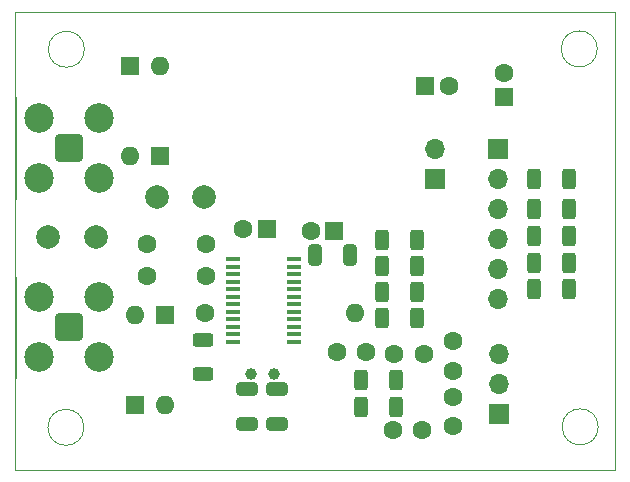
<source format=gbr>
%TF.GenerationSoftware,KiCad,Pcbnew,6.0.2*%
%TF.CreationDate,2022-11-10T22:55:42+01:00*%
%TF.ProjectId,SI4735,53493437-3335-42e6-9b69-6361645f7063,rev?*%
%TF.SameCoordinates,Original*%
%TF.FileFunction,Soldermask,Bot*%
%TF.FilePolarity,Negative*%
%FSLAX46Y46*%
G04 Gerber Fmt 4.6, Leading zero omitted, Abs format (unit mm)*
G04 Created by KiCad (PCBNEW 6.0.2) date 2022-11-10 22:55:42*
%MOMM*%
%LPD*%
G01*
G04 APERTURE LIST*
G04 Aperture macros list*
%AMRoundRect*
0 Rectangle with rounded corners*
0 $1 Rounding radius*
0 $2 $3 $4 $5 $6 $7 $8 $9 X,Y pos of 4 corners*
0 Add a 4 corners polygon primitive as box body*
4,1,4,$2,$3,$4,$5,$6,$7,$8,$9,$2,$3,0*
0 Add four circle primitives for the rounded corners*
1,1,$1+$1,$2,$3*
1,1,$1+$1,$4,$5*
1,1,$1+$1,$6,$7*
1,1,$1+$1,$8,$9*
0 Add four rect primitives between the rounded corners*
20,1,$1+$1,$2,$3,$4,$5,0*
20,1,$1+$1,$4,$5,$6,$7,0*
20,1,$1+$1,$6,$7,$8,$9,0*
20,1,$1+$1,$8,$9,$2,$3,0*%
G04 Aperture macros list end*
%TA.AperFunction,Profile*%
%ADD10C,0.050000*%
%TD*%
%TA.AperFunction,Profile*%
%ADD11C,0.100000*%
%TD*%
%ADD12R,1.600000X1.600000*%
%ADD13C,1.600000*%
%ADD14RoundRect,0.200100X0.949900X-0.949900X0.949900X0.949900X-0.949900X0.949900X-0.949900X-0.949900X0*%
%ADD15C,2.500000*%
%ADD16R,1.700000X1.700000*%
%ADD17O,1.700000X1.700000*%
%ADD18C,1.000000*%
%ADD19O,1.600000X1.600000*%
%ADD20C,2.000000*%
%ADD21RoundRect,0.250000X0.325000X0.650000X-0.325000X0.650000X-0.325000X-0.650000X0.325000X-0.650000X0*%
%ADD22RoundRect,0.250000X-0.650000X0.325000X-0.650000X-0.325000X0.650000X-0.325000X0.650000X0.325000X0*%
%ADD23RoundRect,0.250000X-0.312500X-0.625000X0.312500X-0.625000X0.312500X0.625000X-0.312500X0.625000X0*%
%ADD24RoundRect,0.250000X0.312500X0.625000X-0.312500X0.625000X-0.312500X-0.625000X0.312500X-0.625000X0*%
%ADD25R,1.200000X0.400000*%
%ADD26RoundRect,0.250000X-0.625000X0.312500X-0.625000X-0.312500X0.625000X-0.312500X0.625000X0.312500X0*%
G04 APERTURE END LIST*
D10*
X243000000Y-45450000D02*
G75*
G03*
X243000000Y-45450000I-1526434J0D01*
G01*
X243076434Y-77450000D02*
G75*
G03*
X243076434Y-77450000I-1526434J0D01*
G01*
X199535580Y-77486292D02*
G75*
G03*
X199535580Y-77486292I-1526434J0D01*
G01*
X244475000Y-81120000D02*
X193725000Y-81120000D01*
X193725000Y-81120000D02*
X193725000Y-42300000D01*
X193725000Y-42300000D02*
X244475000Y-42300000D01*
X244475000Y-42300000D02*
X244475000Y-81120000D01*
X199576434Y-45480000D02*
G75*
G03*
X199576434Y-45480000I-1526434J0D01*
G01*
D11*
%TO.C,J2*%
X193760000Y-49540000D02*
X193760000Y-58140000D01*
%TO.C,J3*%
X193760000Y-64720000D02*
X193760000Y-73320000D01*
%TD*%
D12*
%TO.C,C4*%
X220750000Y-60850000D03*
D13*
X218750000Y-60850000D03*
%TD*%
%TO.C,C5*%
X223450000Y-71150000D03*
X220950000Y-71150000D03*
%TD*%
%TO.C,C6*%
X204900000Y-62000000D03*
X209900000Y-62000000D03*
%TD*%
%TO.C,C7*%
X204900000Y-64650000D03*
X209900000Y-64650000D03*
%TD*%
D12*
%TO.C,C8*%
X215000000Y-60700000D03*
D13*
X213000000Y-60700000D03*
%TD*%
%TO.C,C9*%
X230800000Y-70200000D03*
X230800000Y-72700000D03*
%TD*%
%TO.C,C10*%
X230800000Y-77400000D03*
X230800000Y-74900000D03*
%TD*%
%TO.C,C11*%
X228200000Y-77700000D03*
X225700000Y-77700000D03*
%TD*%
%TO.C,C12*%
X228300000Y-71300000D03*
X225800000Y-71300000D03*
%TD*%
D14*
%TO.C,J2*%
X198260000Y-53840000D03*
D15*
X200800000Y-56380000D03*
X200800000Y-51300000D03*
X195720000Y-56380000D03*
X195720000Y-51300000D03*
%TD*%
D14*
%TO.C,J3*%
X198260000Y-69020000D03*
D15*
X195720000Y-66480000D03*
X195720000Y-71560000D03*
X200800000Y-66480000D03*
X200800000Y-71560000D03*
%TD*%
D16*
%TO.C,J4*%
X234700000Y-76380000D03*
D17*
X234700000Y-73840000D03*
X234700000Y-71300000D03*
%TD*%
D16*
%TO.C,J5*%
X229300000Y-56475000D03*
D17*
X229300000Y-53935000D03*
%TD*%
D18*
%TO.C,Y1*%
X215600000Y-73000000D03*
X213700000Y-73000000D03*
%TD*%
D13*
%TO.C,R11*%
X209750000Y-67850000D03*
D19*
X222450000Y-67850000D03*
%TD*%
D12*
%TO.C,D4*%
X205950000Y-54530000D03*
D19*
X205950000Y-46910000D03*
%TD*%
D12*
%TO.C,C14*%
X228450000Y-48600000D03*
D13*
X230450000Y-48600000D03*
%TD*%
D20*
%TO.C,L2*%
X205700000Y-58000000D03*
X209700000Y-58000000D03*
%TD*%
D12*
%TO.C,D1*%
X203850000Y-75570000D03*
D19*
X203850000Y-67950000D03*
%TD*%
D12*
%TO.C,C15*%
X235080000Y-49525113D03*
D13*
X235080000Y-47525113D03*
%TD*%
D12*
%TO.C,D3*%
X203400000Y-46900000D03*
D19*
X203400000Y-54520000D03*
%TD*%
D20*
%TO.C,L1*%
X200520000Y-61360000D03*
X196520000Y-61360000D03*
%TD*%
D16*
%TO.C,J6*%
X234600000Y-53900000D03*
D17*
X234600000Y-56440000D03*
X234600000Y-58980000D03*
X234600000Y-61520000D03*
X234600000Y-64060000D03*
X234600000Y-66600000D03*
%TD*%
D12*
%TO.C,D2*%
X206400000Y-67950000D03*
D19*
X206400000Y-75570000D03*
%TD*%
D21*
%TO.C,C1*%
X222075000Y-62900000D03*
X219125000Y-62900000D03*
%TD*%
D22*
%TO.C,C2*%
X215900000Y-74217000D03*
X215900000Y-77167000D03*
%TD*%
%TO.C,C3*%
X213360000Y-74217000D03*
X213360000Y-77167000D03*
%TD*%
D23*
%TO.C,R1*%
X224800000Y-61600000D03*
X227725000Y-61600000D03*
%TD*%
%TO.C,R2*%
X224800000Y-66000000D03*
X227725000Y-66000000D03*
%TD*%
%TO.C,R3*%
X224812500Y-68200000D03*
X227737500Y-68200000D03*
%TD*%
D24*
%TO.C,R4*%
X240562500Y-63550000D03*
X237637500Y-63550000D03*
%TD*%
%TO.C,R5*%
X240562500Y-65800000D03*
X237637500Y-65800000D03*
%TD*%
%TO.C,R6*%
X240562500Y-56500000D03*
X237637500Y-56500000D03*
%TD*%
%TO.C,R7*%
X225925000Y-73500000D03*
X223000000Y-73500000D03*
%TD*%
%TO.C,R8*%
X225925000Y-75750000D03*
X223000000Y-75750000D03*
%TD*%
D25*
%TO.C,U2*%
X212150000Y-70242500D03*
X212150000Y-69607500D03*
X212150000Y-68972500D03*
X212150000Y-68337500D03*
X212150000Y-67702500D03*
X212150000Y-67067500D03*
X212150000Y-66432500D03*
X212150000Y-65797500D03*
X212150000Y-65162500D03*
X212150000Y-64527500D03*
X212150000Y-63892500D03*
X212150000Y-63257500D03*
X217350000Y-63257500D03*
X217350000Y-63892500D03*
X217350000Y-64527500D03*
X217350000Y-65162500D03*
X217350000Y-65797500D03*
X217350000Y-66432500D03*
X217350000Y-67067500D03*
X217350000Y-67702500D03*
X217350000Y-68337500D03*
X217350000Y-68972500D03*
X217350000Y-69607500D03*
X217350000Y-70242500D03*
%TD*%
D23*
%TO.C,R13*%
X224800000Y-63800000D03*
X227725000Y-63800000D03*
%TD*%
D24*
%TO.C,R12*%
X240562500Y-59000000D03*
X237637500Y-59000000D03*
%TD*%
D26*
%TO.C,R10*%
X209650000Y-70087500D03*
X209650000Y-73012500D03*
%TD*%
D23*
%TO.C,R14*%
X237637500Y-61300000D03*
X240562500Y-61300000D03*
%TD*%
M02*

</source>
